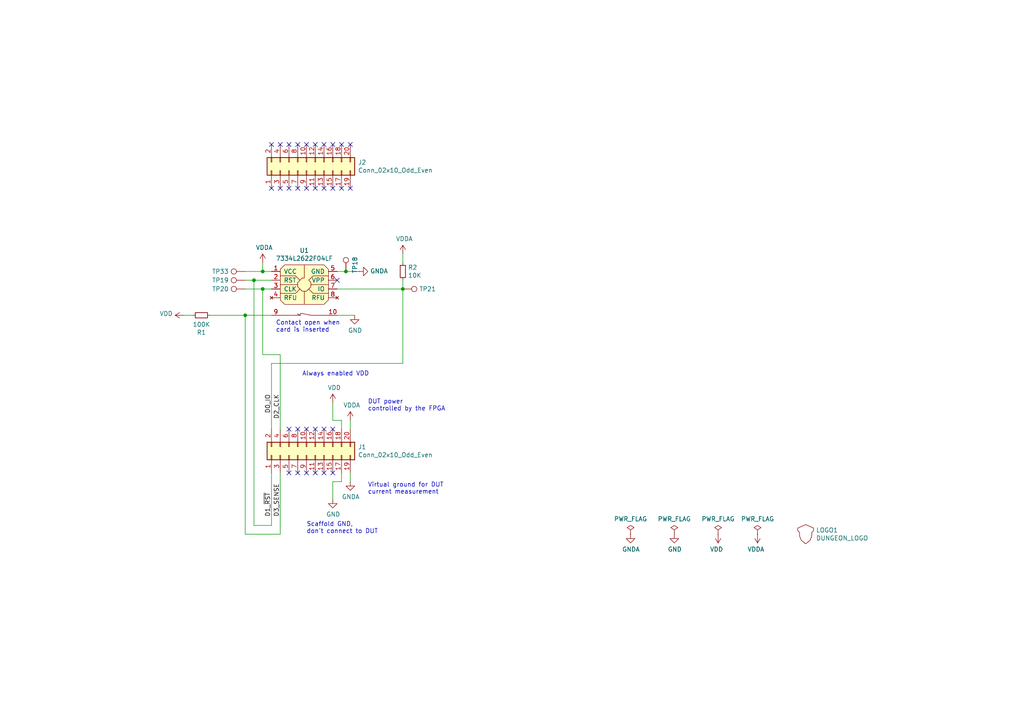
<source format=kicad_sch>
(kicad_sch (version 20250114) (generator "eeschema") (generator_version "9.0")
  (paper "A4")
  (title_block (title "Scaffold smartcard daughterboard") (date "2019-07-23") (company "LEDGER SAS") (comment 1 "Under LGPL v3 license"))
  (lib_symbols
    (symbol "Connector:TestPoint" (pin_numbers (hide yes)) (pin_names (offset 0.762) (hide yes))
      (property "Reference" "TP" (at 0 6.858 0))
      (property "Value" "TestPoint" (at 0 5.08 0))
      (symbol "TestPoint_0_1"
        (circle (center 0 3.302) (radius 0.762))
      )
      (symbol "TestPoint_1_1"
        (pin passive line (at 0 0 90) (length 2.54) (name "1") (number "1"))
      )
    )
    (symbol "Connector_Generic:Conn_02x10_Odd_Even" (pin_names (offset 1.016) (hide yes))
      (property "Reference" "J" (at 1.27 12.7 0))
      (property "Value" "Conn_02x10_Odd_Even" (at 1.27 -15.24 0))
      (symbol "Conn_02x10_Odd_Even_1_1"
        (rectangle (start -1.27 11.43) (end 3.81 -13.97) (stroke (width 0.254)) (fill (type background)))
        (rectangle (start -1.27 10.287) (end 0 10.033) (stroke (width 0.1524)))
        (rectangle (start -1.27 7.747) (end 0 7.493) (stroke (width 0.1524)))
        (rectangle (start -1.27 5.207) (end 0 4.953) (stroke (width 0.1524)))
        (rectangle (start -1.27 2.667) (end 0 2.413) (stroke (width 0.1524)))
        (rectangle (start -1.27 0.127) (end 0 -0.127) (stroke (width 0.1524)))
        (rectangle (start -1.27 -2.413) (end 0 -2.667) (stroke (width 0.1524)))
        (rectangle (start -1.27 -4.953) (end 0 -5.207) (stroke (width 0.1524)))
        (rectangle (start -1.27 -7.493) (end 0 -7.747) (stroke (width 0.1524)))
        (rectangle (start -1.27 -10.033) (end 0 -10.287) (stroke (width 0.1524)))
        (rectangle (start -1.27 -12.573) (end 0 -12.827) (stroke (width 0.1524)))
        (rectangle (start 3.81 10.287) (end 2.54 10.033) (stroke (width 0.1524)))
        (rectangle (start 3.81 7.747) (end 2.54 7.493) (stroke (width 0.1524)))
        (rectangle (start 3.81 5.207) (end 2.54 4.953) (stroke (width 0.1524)))
        (rectangle (start 3.81 2.667) (end 2.54 2.413) (stroke (width 0.1524)))
        (rectangle (start 3.81 0.127) (end 2.54 -0.127) (stroke (width 0.1524)))
        (rectangle (start 3.81 -2.413) (end 2.54 -2.667) (stroke (width 0.1524)))
        (rectangle (start 3.81 -4.953) (end 2.54 -5.207) (stroke (width 0.1524)))
        (rectangle (start 3.81 -7.493) (end 2.54 -7.747) (stroke (width 0.1524)))
        (rectangle (start 3.81 -10.033) (end 2.54 -10.287) (stroke (width 0.1524)))
        (rectangle (start 3.81 -12.573) (end 2.54 -12.827) (stroke (width 0.1524)))
        (pin passive line (at -5.08 10.16 0) (length 3.81) (name "Pin_1") (number "1"))
        (pin passive line (at -5.08 7.62 0) (length 3.81) (name "Pin_3") (number "3"))
        (pin passive line (at -5.08 5.08 0) (length 3.81) (name "Pin_5") (number "5"))
        (pin passive line (at -5.08 2.54 0) (length 3.81) (name "Pin_7") (number "7"))
        (pin passive line (at -5.08 0 0) (length 3.81) (name "Pin_9") (number "9"))
        (pin passive line (at -5.08 -2.54 0) (length 3.81) (name "Pin_11") (number "11"))
        (pin passive line (at -5.08 -5.08 0) (length 3.81) (name "Pin_13") (number "13"))
        (pin passive line (at -5.08 -7.62 0) (length 3.81) (name "Pin_15") (number "15"))
        (pin passive line (at -5.08 -10.16 0) (length 3.81) (name "Pin_17") (number "17"))
        (pin passive line (at -5.08 -12.7 0) (length 3.81) (name "Pin_19") (number "19"))
        (pin passive line (at 7.62 10.16 180) (length 3.81) (name "Pin_2") (number "2"))
        (pin passive line (at 7.62 7.62 180) (length 3.81) (name "Pin_4") (number "4"))
        (pin passive line (at 7.62 5.08 180) (length 3.81) (name "Pin_6") (number "6"))
        (pin passive line (at 7.62 2.54 180) (length 3.81) (name "Pin_8") (number "8"))
        (pin passive line (at 7.62 0 180) (length 3.81) (name "Pin_10") (number "10"))
        (pin passive line (at 7.62 -2.54 180) (length 3.81) (name "Pin_12") (number "12"))
        (pin passive line (at 7.62 -5.08 180) (length 3.81) (name "Pin_14") (number "14"))
        (pin passive line (at 7.62 -7.62 180) (length 3.81) (name "Pin_16") (number "16"))
        (pin passive line (at 7.62 -10.16 180) (length 3.81) (name "Pin_18") (number "18"))
        (pin passive line (at 7.62 -12.7 180) (length 3.81) (name "Pin_20") (number "20"))
      )
    )
    (symbol "Device:R_Small" (pin_numbers (hide yes)) (pin_names (offset 0.254) (hide yes))
      (property "Reference" "R" (at 0 0 90))
      (property "Value" "R_Small" (at 1.778 0 90))
      (symbol "R_Small_0_1"
        (rectangle (start -0.762 1.778) (end 0.762 -1.778) (stroke (width 0.2032)))
      )
      (symbol "R_Small_1_1"
        (pin passive line (at 0 2.54 270) (length 0.762) (name "~") (number "1"))
        (pin passive line (at 0 -2.54 90) (length 0.762) (name "~") (number "2"))
      )
    )
    (symbol "mylib:DUNGEON_LOGO" (pin_names (offset 1.016))
      (property "Reference" "LOGO" (at 0 0 0))
      (property "Value" "mylib_DUNGEON_LOGO" (at 0 0 0))
      (symbol "DUNGEON_LOGO_0_1"
        (polyline (pts (xy 0 2.794) (xy 2.286 1.778) (xy 2.286 1.016) (xy 1.778 0.508) (xy 1.778 -0.508) (xy 1.27 -1.778) (xy 0 -2.794) (xy -1.27 -1.778) (xy -1.778 -0.508) (xy -1.778 0.508) (xy -2.286 1.016) (xy -2.286 1.778) (xy 0 2.794)))
      )
    )
    (symbol "mylib:SMARTCARD_CTNC" (pin_names (offset 1.016))
      (property "Reference" "U" (at 9.525 3.81 0))
      (property "Value" "mylib_SMARTCARD_CTNC" (at 9.525 -15.24 0))
      (symbol "SMARTCARD_CTNC_0_1"
        (polyline (pts (xy 2.54 0.635) (xy 3.81 1.905) (xy 15.24 1.905) (xy 16.51 0.635) (xy 16.51 -8.255) (xy 15.24 -9.525) (xy 3.81 -9.525) (xy 2.54 -8.255) (xy 2.54 0.635)) (fill (type background)))
        (polyline (pts (xy 2.54 -1.27) (xy 6.985 -1.27) (xy 8.255 -2.54) (xy 8.89 -1.905) (xy 9.525 -1.905) (xy 9.525 1.905)))
        (polyline (pts (xy 2.54 -12.7) (xy 8.509 -12.7)))
        (polyline (pts (xy 7.62 -3.81) (xy 7.62 -4.445) (xy 8.255 -5.08) (xy 6.985 -6.35) (xy 2.54 -6.35)))
        (polyline (pts (xy 8.255 -2.54) (xy 7.62 -3.175) (xy 7.62 -3.81) (xy 2.54 -3.81)))
        (polyline (pts (xy 8.255 -5.08) (xy 8.89 -5.715) (xy 9.525 -5.715) (xy 9.525 -9.525)))
        (polyline (pts (xy 8.89 -12.192) (xy 8.382 -12.192)))
        (polyline (pts (xy 9.525 -5.715) (xy 10.16 -5.715) (xy 10.795 -5.08) (xy 12.065 -6.35) (xy 16.51 -6.35)))
        (polyline (pts (xy 10.795 -5.08) (xy 11.43 -4.445) (xy 11.43 -3.81) (xy 16.51 -3.81)))
        (polyline (pts (xy 11.43 -3.81) (xy 11.43 -3.175) (xy 10.795 -2.54) (xy 11.43 -1.905) (xy 12.065 -1.27) (xy 16.51 -1.27)))
        (polyline (pts (xy 16.51 -12.7) (xy 11.43 -12.7) (xy 8.89 -12.192)))
      )
      (symbol "SMARTCARD_CTNC_1_1"
        (arc (start 8.382 -12.192) (mid 8.001 -12.573) (end 7.62 -12.192))
        (pin power_in line (at 0 0 0) (length 2.54) (name "VCC") (number "1"))
        (pin input line (at 0 -2.54 0) (length 2.54) (name "RST") (number "2"))
        (pin input line (at 0 -5.08 0) (length 2.54) (name "CLK") (number "3"))
        (pin no_connect line (at 0 -7.62 0) (length 2.54) (name "RFU") (number "4"))
        (pin passive line (at 0 -12.7 0) (length 2.54) (name "~") (number "9"))
        (pin power_in line (at 19.05 0 180) (length 2.54) (name "GND") (number "5"))
        (pin power_in line (at 19.05 -2.54 180) (length 2.54) (name "VPP") (number "6"))
        (pin bidirectional line (at 19.05 -5.08 180) (length 2.54) (name "IO") (number "7"))
        (pin no_connect line (at 19.05 -7.62 180) (length 2.54) (name "RFU") (number "8"))
        (pin passive line (at 19.05 -12.7 180) (length 2.54) (name "~") (number "10"))
      )
    )
    (symbol "power:GND" (power) (pin_numbers (hide yes)) (pin_names (offset 0) (hide yes))
      (property "Value" "GND" (at 0 -3.81 0))
      (symbol "GND_0_1"
        (polyline (pts (xy 0 0) (xy 0 -1.27) (xy 1.27 -1.27) (xy 0 -2.54) (xy -1.27 -1.27) (xy 0 -1.27)))
      )
      (symbol "GND_1_1"
        (pin power_in line (at 0 0 270) (length 0) (name "~") (number "1"))
      )
    )
    (symbol "power:GNDA" (power) (pin_numbers (hide yes)) (pin_names (offset 0) (hide yes))
      (property "Value" "GNDA" (at 0 -3.81 0))
      (symbol "GNDA_0_1"
        (polyline (pts (xy 0 0) (xy 0 -1.27) (xy 1.27 -1.27) (xy 0 -2.54) (xy -1.27 -1.27) (xy 0 -1.27)))
      )
      (symbol "GNDA_1_1"
        (pin power_in line (at 0 0 270) (length 0) (name "~") (number "1"))
      )
    )
    (symbol "power:PWR_FLAG" (power) (pin_numbers (hide yes)) (pin_names (offset 0) (hide yes))
      (property "Value" "PWR_FLAG" (at 0 3.81 0))
      (symbol "PWR_FLAG_0_0"
        (pin power_out line (at 0 0 90) (length 0) (name "~") (number "1"))
      )
      (symbol "PWR_FLAG_0_1"
        (polyline (pts (xy 0 0) (xy 0 1.27) (xy -1.016 1.905) (xy 0 2.54) (xy 1.016 1.905) (xy 0 1.27)))
      )
    )
    (symbol "power:VDD" (power) (pin_numbers (hide yes)) (pin_names (offset 0) (hide yes))
      (property "Value" "VDD" (at 0 3.556 0))
      (symbol "VDD_0_1"
        (polyline (pts (xy -0.762 1.27) (xy 0 2.54)))
        (polyline (pts (xy 0 2.54) (xy 0.762 1.27)))
        (polyline (pts (xy 0 0) (xy 0 2.54)))
      )
      (symbol "VDD_1_1"
        (pin power_in line (at 0 0 90) (length 0) (name "~") (number "1"))
      )
    )
    (symbol "power:VDDA" (power) (pin_numbers (hide yes)) (pin_names (offset 0) (hide yes))
      (property "Value" "VDDA" (at 0 3.556 0))
      (symbol "VDDA_0_1"
        (polyline (pts (xy -0.762 1.27) (xy 0 2.54)))
        (polyline (pts (xy 0 2.54) (xy 0.762 1.27)))
        (polyline (pts (xy 0 0) (xy 0 2.54)))
      )
      (symbol "VDDA_1_1"
        (pin power_in line (at 0 0 90) (length 0) (name "~") (number "1"))
      )
    )
  )
  (text "Virtual ground for DUT\ncurrent measurement" (at 106.68 143.51 0) (effects (font (size 1.27 1.27)) (justify left bottom)))
  (text "DUT power\ncontrolled by the FPGA" (at 106.68 119.38 0) (effects (font (size 1.27 1.27)) (justify left bottom)))
  (text "Contact open when\ncard is inserted" (at 80.01 96.52 0) (effects (font (size 1.27 1.27)) (justify left bottom)))
  (text "Scaffold GND,\ndon't connect to DUT" (at 88.9 154.94 0) (effects (font (size 1.27 1.27)) (justify left bottom)))
  (text "Always enabled VDD" (at 87.63 109.22 0) (effects (font (size 1.27 1.27)) (justify left bottom)))
  (junction (at 71.12 91.44))
  (junction (at 100.33 78.74))
  (junction (at 73.66 81.28))
  (junction (at 76.2 78.74))
  (junction (at 76.2 83.82))
  (junction (at 116.84 83.82))
  (no_connect (at 101.6 54.61))
  (no_connect (at 88.9 54.61))
  (no_connect (at 81.28 54.61))
  (no_connect (at 78.74 41.91))
  (no_connect (at 81.28 41.91))
  (no_connect (at 91.44 124.46))
  (no_connect (at 83.82 124.46))
  (no_connect (at 93.98 41.91))
  (no_connect (at 97.79 81.28))
  (no_connect (at 83.82 54.61))
  (no_connect (at 99.06 41.91))
  (no_connect (at 101.6 41.91))
  (no_connect (at 91.44 54.61))
  (no_connect (at 83.82 41.91))
  (no_connect (at 88.9 41.91))
  (no_connect (at 88.9 124.46))
  (no_connect (at 83.82 137.16))
  (no_connect (at 96.52 54.61))
  (no_connect (at 91.44 137.16))
  (no_connect (at 88.9 137.16))
  (no_connect (at 86.36 41.91))
  (no_connect (at 78.74 54.61))
  (no_connect (at 93.98 124.46))
  (no_connect (at 86.36 124.46))
  (no_connect (at 86.36 137.16))
  (no_connect (at 96.52 137.16))
  (no_connect (at 96.52 41.91))
  (no_connect (at 93.98 137.16))
  (no_connect (at 99.06 54.61))
  (no_connect (at 91.44 41.91))
  (no_connect (at 96.52 124.46))
  (no_connect (at 93.98 54.61))
  (no_connect (at 86.36 54.61))
  (wire (pts (xy 96.52 121.92) (xy 96.52 116.84)))
  (wire (pts (xy 97.79 78.74) (xy 100.33 78.74)))
  (wire (pts (xy 116.84 105.41) (xy 78.74 105.41)))
  (wire (pts (xy 78.74 137.16) (xy 78.74 152.4)))
  (wire (pts (xy 101.6 137.16) (xy 101.6 139.7)))
  (wire (pts (xy 76.2 83.82) (xy 78.74 83.82)))
  (wire (pts (xy 97.79 91.44) (xy 102.87 91.44)))
  (wire (pts (xy 76.2 83.82) (xy 71.12 83.82)))
  (wire (pts (xy 76.2 76.2) (xy 76.2 78.74)))
  (wire (pts (xy 99.06 139.7) (xy 96.52 139.7)))
  (wire (pts (xy 116.84 81.28) (xy 116.84 83.82)))
  (wire (pts (xy 73.66 81.28) (xy 78.74 81.28)))
  (wire (pts (xy 76.2 83.82) (xy 76.2 102.87)))
  (wire (pts (xy 71.12 91.44) (xy 71.12 154.94)))
  (wire (pts (xy 96.52 139.7) (xy 96.52 144.78)))
  (wire (pts (xy 81.28 102.87) (xy 76.2 102.87)))
  (wire (pts (xy 71.12 91.44) (xy 60.96 91.44)))
  (wire (pts (xy 99.06 137.16) (xy 99.06 139.7)))
  (wire (pts (xy 71.12 91.44) (xy 78.74 91.44)))
  (wire (pts (xy 71.12 81.28) (xy 73.66 81.28)))
  (wire (pts (xy 101.6 121.92) (xy 101.6 124.46)))
  (wire (pts (xy 99.06 121.92) (xy 99.06 124.46)))
  (wire (pts (xy 71.12 154.94) (xy 81.28 154.94)))
  (wire (pts (xy 116.84 83.82) (xy 97.79 83.82)))
  (wire (pts (xy 100.33 78.74) (xy 104.14 78.74)))
  (wire (pts (xy 116.84 73.66) (xy 116.84 76.2)))
  (wire (pts (xy 78.74 78.74) (xy 76.2 78.74)))
  (wire (pts (xy 78.74 105.41) (xy 78.74 124.46)))
  (wire (pts (xy 99.06 121.92) (xy 96.52 121.92)))
  (wire (pts (xy 76.2 78.74) (xy 71.12 78.74)))
  (wire (pts (xy 116.84 83.82) (xy 116.84 105.41)))
  (wire (pts (xy 81.28 102.87) (xy 81.28 124.46)))
  (wire (pts (xy 53.34 91.44) (xy 55.88 91.44)))
  (wire (pts (xy 81.28 137.16) (xy 81.28 154.94)))
  (wire (pts (xy 73.66 152.4) (xy 78.74 152.4)))
  (wire (pts (xy 73.66 81.28) (xy 73.66 152.4)))
  (label "D2_CLK" (at 81.28 114.3 270))
  (label "D3_SENSE" (at 81.28 149.86 90))
  (label "D1_~{RST}" (at 78.74 149.86 90))
  (label "D0_IO" (at 78.74 114.3 270))
  (symbol (lib_id "Connector:TestPoint") (at 100.33 78.74 0) (unit 1)
    (property "Reference" "TP18" (at 102.9462 76.8604 90))
    (property "Value" "TestPoint" (effects (hide yes)))
    (property "Footprint" "TestPoint:TestPoint_Pad_D1.5mm" (effects (hide yes)))
  )
  (symbol (lib_id "Connector:TestPoint") (at 71.12 78.74 90) (unit 1)
    (property "Reference" "TP33" (at 66.3448 78.74 90) (effects (justify left)))
    (property "Value" "TestPoint" (effects (hide yes)))
    (property "Footprint" "TestPoint:TestPoint_Pad_D1.5mm" (effects (hide yes)))
  )
  (symbol (lib_id "power:GNDA") (at 104.14 78.74 90) (unit 1)
    (property "Reference" "#PWR0108" (effects (hide yes)))
    (property "Value" "GNDA" (at 107.3658 78.613 90) (effects (justify right)))
  )
  (symbol (lib_id "mylib:SMARTCARD_CTNC") (at 78.74 78.74 0) (unit 1)
    (property "Reference" "U1" (at 88.265 72.644 0))
    (property "Value" "7334L2622F04LF" (at 88.265 74.9554 0))
    (property "Footprint" "mykicadlibs:AMPHENOL_SMARTCARD_7334L2622F04LF" (effects (hide yes)))
    (property "Datasheet" "https://www.amphenol-icc.com/smart-card-7334l2622f04lf.html" (effects (hide yes)))
    (property "Vendor" "Farnell" (effects (hide yes)))
    (property "VendorRef" "2839837" (effects (hide yes)))
    (property "Manufacturer" "Amphenol ICC" (effects (hide yes)))
  )
  (symbol (lib_id "Connector:TestPoint") (at 71.12 81.28 90) (unit 1)
    (property "Reference" "TP19" (at 66.3702 81.28 90) (effects (justify left)))
    (property "Value" "TestPoint" (effects (hide yes)))
    (property "Footprint" "TestPoint:TestPoint_Pad_D1.5mm" (effects (hide yes)))
  )
  (symbol (lib_id "Connector:TestPoint") (at 71.12 83.82 90) (unit 1)
    (property "Reference" "TP20" (at 66.3702 83.82 90) (effects (justify left)))
    (property "Value" "TestPoint" (effects (hide yes)))
    (property "Footprint" "TestPoint:TestPoint_Pad_D1.5mm" (effects (hide yes)))
  )
  (symbol (lib_id "Connector:TestPoint") (at 116.84 83.82 270) (unit 1)
    (property "Reference" "TP21" (at 121.5898 83.82 90) (effects (justify left)))
    (property "Value" "TestPoint" (effects (hide yes)))
    (property "Footprint" "TestPoint:TestPoint_Pad_D1.5mm" (effects (hide yes)))
  )
  (symbol (lib_id "Device:R_Small") (at 58.42 91.44 90) (unit 1)
    (property "Reference" "R1" (at 58.42 96.4184 90))
    (property "Value" "100K" (at 58.42 94.107 90))
    (property "Footprint" "Resistor_SMD:R_0603_1608Metric" (effects (hide yes)))
  )
  (symbol (lib_id "Device:R_Small") (at 116.84 78.74 180) (unit 1)
    (property "Reference" "R2" (at 118.3386 77.5716 0) (effects (justify right)))
    (property "Value" "10K" (at 118.3386 79.883 0) (effects (justify right)))
    (property "Footprint" "Resistor_SMD:R_0603_1608Metric" (effects (hide yes)))
  )
  (symbol (lib_id "mylib:DUNGEON_LOGO") (at 233.68 154.94 0) (unit 1)
    (property "Reference" "LOGO1" (at 236.6772 153.7716 0) (effects (justify left)))
    (property "Value" "DUNGEON_LOGO" (at 236.6772 156.083 0) (effects (justify left)))
    (property "Footprint" "mykicadlibs:donjon-2000" (effects (hide yes)))
  )
  (symbol (lib_id "power:GND") (at 102.87 91.44 0) (unit 1)
    (property "Reference" "#PWR0111" (effects (hide yes)))
    (property "Value" "GND" (at 102.997 95.8342 0))
  )
  (symbol (lib_id "Connector_Generic:Conn_02x10_Odd_Even") (at 88.9 132.08 90) (unit 1)
    (property "Reference" "J1" (at 103.8352 129.6416 90) (effects (justify right)))
    (property "Value" "Conn_02x10_Odd_Even" (at 103.8352 131.953 90) (effects (justify right)))
    (property "Footprint" "Connector_PinSocket_2.54mm:PinSocket_2x10_P2.54mm_Vertical" (effects (hide yes)))
  )
  (symbol (lib_id "power:GND") (at 96.52 144.78 0) (unit 1)
    (property "Reference" "#PWR0101" (effects (hide yes)))
    (property "Value" "GND" (at 96.647 149.1742 0))
  )
  (symbol (lib_id "power:GNDA") (at 101.6 139.7 0) (unit 1)
    (property "Reference" "#PWR0102" (effects (hide yes)))
    (property "Value" "GNDA" (at 101.727 144.0942 0))
  )
  (symbol (lib_id "power:VDDA") (at 101.6 121.92 0) (unit 1)
    (property "Reference" "#PWR0103" (effects (hide yes)))
    (property "Value" "VDDA" (at 102.0318 117.5258 0))
  )
  (symbol (lib_id "power:VDDA") (at 116.84 73.66 0) (unit 1)
    (property "Reference" "#PWR0104" (effects (hide yes)))
    (property "Value" "VDDA" (at 117.2718 69.2658 0))
  )
  (symbol (lib_id "power:VDDA") (at 76.2 76.2 0) (unit 1)
    (property "Reference" "#PWR0105" (effects (hide yes)))
    (property "Value" "VDDA" (at 76.6318 71.8058 0))
  )
  (symbol (lib_id "power:VDD") (at 53.34 91.44 90) (unit 1)
    (property "Reference" "#PWR0106" (effects (hide yes)))
    (property "Value" "VDD" (at 50.1142 90.9828 90) (effects (justify left)))
  )
  (symbol (lib_id "power:VDD") (at 96.52 116.84 0) (unit 1)
    (property "Reference" "#PWR0107" (effects (hide yes)))
    (property "Value" "VDD" (at 96.9518 112.4458 0))
  )
  (symbol (lib_id "Connector_Generic:Conn_02x10_Odd_Even") (at 88.9 49.53 90) (unit 1)
    (property "Reference" "J2" (at 103.8352 47.0916 90) (effects (justify right)))
    (property "Value" "Conn_02x10_Odd_Even" (at 103.8352 49.403 90) (effects (justify right)))
    (property "Footprint" "Connector_PinSocket_2.54mm:PinSocket_2x10_P2.54mm_Vertical" (effects (hide yes)))
  )
  (symbol (lib_id "power:PWR_FLAG") (at 182.88 154.94 0) (unit 1)
    (property "Reference" "#FLG0101" (effects (hide yes)))
    (property "Value" "PWR_FLAG" (at 182.88 150.5204 0))
  )
  (symbol (lib_id "power:GNDA") (at 182.88 154.94 0) (unit 1)
    (property "Reference" "#PWR0109" (effects (hide yes)))
    (property "Value" "GNDA" (at 183.007 159.3342 0))
  )
  (symbol (lib_id "power:PWR_FLAG") (at 208.28 154.94 0) (unit 1)
    (property "Reference" "#FLG0102" (effects (hide yes)))
    (property "Value" "PWR_FLAG" (at 208.28 150.5204 0))
  )
  (symbol (lib_id "power:VDD") (at 208.28 154.94 180) (unit 1)
    (property "Reference" "#PWR0110" (effects (hide yes)))
    (property "Value" "VDD" (at 207.8228 159.3342 0))
  )
  (symbol (lib_id "power:PWR_FLAG") (at 219.71 154.94 0) (unit 1)
    (property "Reference" "#FLG0103" (effects (hide yes)))
    (property "Value" "PWR_FLAG" (at 219.71 150.5204 0))
  )
  (symbol (lib_id "power:VDDA") (at 219.71 154.94 180) (unit 1)
    (property "Reference" "#PWR0112" (effects (hide yes)))
    (property "Value" "VDDA" (at 219.2528 159.3342 0))
  )
  (symbol (lib_id "power:PWR_FLAG") (at 195.58 154.94 0) (unit 1)
    (property "Reference" "#FLG0104" (effects (hide yes)))
    (property "Value" "PWR_FLAG" (at 195.58 150.5204 0))
  )
  (symbol (lib_id "power:GND") (at 195.58 154.94 0) (unit 1)
    (property "Reference" "#PWR0113" (effects (hide yes)))
    (property "Value" "GND" (at 195.707 159.3342 0))
  )
)
</source>
